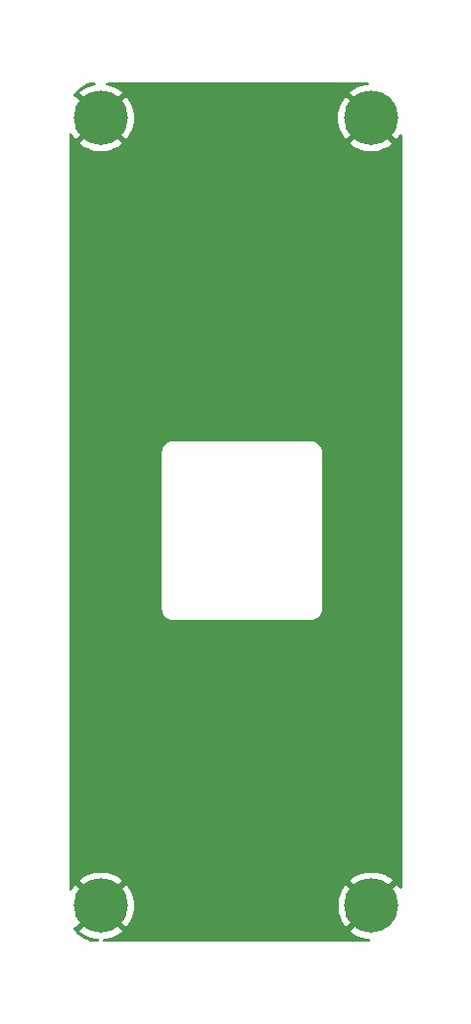
<source format=gbr>
G04 #@! TF.GenerationSoftware,KiCad,Pcbnew,9.0.1*
G04 #@! TF.CreationDate,2025-10-05T20:23:22+13:00*
G04 #@! TF.ProjectId,covers,636f7665-7273-42e6-9b69-6361645f7063,rev?*
G04 #@! TF.SameCoordinates,Original*
G04 #@! TF.FileFunction,Copper,L1,Top*
G04 #@! TF.FilePolarity,Positive*
%FSLAX46Y46*%
G04 Gerber Fmt 4.6, Leading zero omitted, Abs format (unit mm)*
G04 Created by KiCad (PCBNEW 9.0.1) date 2025-10-05 20:23:22*
%MOMM*%
%LPD*%
G01*
G04 APERTURE LIST*
G04 #@! TA.AperFunction,ComponentPad*
%ADD10C,4.700000*%
G04 #@! TD*
G04 #@! TA.AperFunction,ViaPad*
%ADD11C,10.000000*%
G04 #@! TD*
G04 APERTURE END LIST*
D10*
X108800000Y-117300000D03*
X132150000Y-117300000D03*
X108800000Y-185300000D03*
X132200000Y-185300000D03*
D11*
X121100000Y-166900000D03*
X121100000Y-179900000D03*
X121100000Y-137100000D03*
G04 #@! TA.AperFunction,Conductor*
G36*
X107761890Y-186171078D02*
G01*
X107928922Y-186338110D01*
X108041953Y-186417255D01*
X106966687Y-187492521D01*
X106966687Y-187492522D01*
X107090433Y-187596356D01*
X107368570Y-187779290D01*
X107666090Y-187928710D01*
X107978924Y-188042572D01*
X107978927Y-188042573D01*
X108302867Y-188119348D01*
X108302877Y-188119350D01*
X108555274Y-188148852D01*
X108620612Y-188176627D01*
X108660561Y-188235318D01*
X108662438Y-188306290D01*
X108625647Y-188367010D01*
X108561869Y-188398200D01*
X108540646Y-188400000D01*
X108177940Y-188400000D01*
X108155228Y-188397936D01*
X107911562Y-188353283D01*
X107904172Y-188351461D01*
X107626167Y-188264831D01*
X107619048Y-188262131D01*
X107559472Y-188235318D01*
X107429067Y-188176627D01*
X107353525Y-188142628D01*
X107346783Y-188139089D01*
X107097588Y-187988447D01*
X107091325Y-187984124D01*
X106862100Y-187804538D01*
X106856409Y-187799496D01*
X106650502Y-187593589D01*
X106645461Y-187587899D01*
X106465878Y-187358678D01*
X106461552Y-187352411D01*
X106444560Y-187324302D01*
X106426437Y-187255658D01*
X106448302Y-187188112D01*
X106503215Y-187143111D01*
X106561544Y-187133452D01*
X106604227Y-187136561D01*
X107682743Y-186058045D01*
X107761890Y-186171078D01*
G37*
G04 #@! TD.AperFunction*
G04 #@! TA.AperFunction,Conductor*
G36*
X131913970Y-114225098D02*
G01*
X131960556Y-114278673D01*
X131970781Y-114348929D01*
X131941401Y-114413561D01*
X131881741Y-114452048D01*
X131860662Y-114456362D01*
X131652876Y-114480650D01*
X131652867Y-114480651D01*
X131328927Y-114557426D01*
X131328924Y-114557427D01*
X131016090Y-114671289D01*
X130718570Y-114820709D01*
X130440433Y-115003643D01*
X130440432Y-115003644D01*
X130316687Y-115107476D01*
X130316687Y-115107477D01*
X131391954Y-116182744D01*
X131278922Y-116261890D01*
X131111890Y-116428922D01*
X131032743Y-116541953D01*
X129954226Y-115463436D01*
X129954225Y-115463436D01*
X129758139Y-115726829D01*
X129758123Y-115726853D01*
X129591671Y-116015155D01*
X129591668Y-116015160D01*
X129459809Y-116320847D01*
X129364325Y-116639783D01*
X129364325Y-116639784D01*
X129306515Y-116967645D01*
X129306514Y-116967654D01*
X129287157Y-117300000D01*
X129306514Y-117632345D01*
X129306515Y-117632354D01*
X129364325Y-117960215D01*
X129364325Y-117960216D01*
X129459809Y-118279152D01*
X129459808Y-118279152D01*
X129591668Y-118584839D01*
X129591671Y-118584844D01*
X129758123Y-118873146D01*
X129758133Y-118873162D01*
X129954226Y-119136562D01*
X131032743Y-118058045D01*
X131111890Y-118171078D01*
X131278922Y-118338110D01*
X131391953Y-118417255D01*
X130316687Y-119492522D01*
X130440433Y-119596356D01*
X130718570Y-119779290D01*
X131016090Y-119928710D01*
X131328924Y-120042572D01*
X131328927Y-120042573D01*
X131652867Y-120119348D01*
X131652877Y-120119350D01*
X131983537Y-120158000D01*
X132316463Y-120158000D01*
X132647122Y-120119350D01*
X132647132Y-120119348D01*
X132971072Y-120042573D01*
X132971075Y-120042572D01*
X133283909Y-119928710D01*
X133581429Y-119779290D01*
X133859567Y-119596355D01*
X133983311Y-119492521D01*
X132908045Y-118417255D01*
X133021078Y-118338110D01*
X133188110Y-118171078D01*
X133267256Y-118058046D01*
X134345772Y-119136562D01*
X134345773Y-119136562D01*
X134541866Y-118873162D01*
X134541876Y-118873146D01*
X134614881Y-118746699D01*
X134666263Y-118697706D01*
X134735977Y-118684270D01*
X134801888Y-118710656D01*
X134843070Y-118768488D01*
X134850000Y-118809699D01*
X134850000Y-183703697D01*
X134829998Y-183771818D01*
X134776342Y-183818311D01*
X134706068Y-183828415D01*
X134641488Y-183798921D01*
X134614881Y-183766698D01*
X134591872Y-183726846D01*
X134591866Y-183726837D01*
X134395772Y-183463436D01*
X133317255Y-184541953D01*
X133238110Y-184428922D01*
X133071078Y-184261890D01*
X132958044Y-184182743D01*
X134033311Y-183107476D01*
X133909566Y-183003643D01*
X133631429Y-182820709D01*
X133333909Y-182671289D01*
X133021075Y-182557427D01*
X133021072Y-182557426D01*
X132697132Y-182480651D01*
X132697122Y-182480649D01*
X132366463Y-182442000D01*
X132033537Y-182442000D01*
X131702877Y-182480649D01*
X131702867Y-182480651D01*
X131378927Y-182557426D01*
X131378924Y-182557427D01*
X131066090Y-182671289D01*
X130768570Y-182820709D01*
X130490433Y-183003643D01*
X130490432Y-183003644D01*
X130366687Y-183107476D01*
X130366687Y-183107477D01*
X131441954Y-184182744D01*
X131328922Y-184261890D01*
X131161890Y-184428922D01*
X131082744Y-184541953D01*
X130004226Y-183463436D01*
X130004225Y-183463436D01*
X129808139Y-183726829D01*
X129808123Y-183726853D01*
X129641671Y-184015155D01*
X129641668Y-184015160D01*
X129509809Y-184320847D01*
X129414325Y-184639783D01*
X129414325Y-184639784D01*
X129356515Y-184967645D01*
X129356514Y-184967654D01*
X129337157Y-185300000D01*
X129356514Y-185632345D01*
X129356515Y-185632354D01*
X129414325Y-185960215D01*
X129414325Y-185960216D01*
X129509809Y-186279152D01*
X129509808Y-186279152D01*
X129641668Y-186584839D01*
X129641671Y-186584844D01*
X129808123Y-186873146D01*
X129808133Y-186873162D01*
X130004226Y-187136562D01*
X131082743Y-186058045D01*
X131161890Y-186171078D01*
X131328922Y-186338110D01*
X131441953Y-186417255D01*
X130366687Y-187492521D01*
X130366687Y-187492522D01*
X130490433Y-187596356D01*
X130768570Y-187779290D01*
X131066090Y-187928710D01*
X131378924Y-188042572D01*
X131378927Y-188042573D01*
X131702867Y-188119348D01*
X131702877Y-188119350D01*
X131955274Y-188148852D01*
X132020612Y-188176627D01*
X132060561Y-188235318D01*
X132062438Y-188306290D01*
X132025647Y-188367010D01*
X131961869Y-188398200D01*
X131940646Y-188400000D01*
X109059354Y-188400000D01*
X108991233Y-188379998D01*
X108944740Y-188326342D01*
X108934636Y-188256068D01*
X108964130Y-188191488D01*
X109023856Y-188153104D01*
X109044726Y-188148852D01*
X109297122Y-188119350D01*
X109297132Y-188119348D01*
X109621072Y-188042573D01*
X109621075Y-188042572D01*
X109933909Y-187928710D01*
X110231429Y-187779290D01*
X110509567Y-187596355D01*
X110633311Y-187492521D01*
X109558046Y-186417255D01*
X109671078Y-186338110D01*
X109838110Y-186171078D01*
X109917256Y-186058046D01*
X110995772Y-187136562D01*
X110995773Y-187136562D01*
X111191866Y-186873162D01*
X111191876Y-186873146D01*
X111358328Y-186584844D01*
X111358331Y-186584839D01*
X111490190Y-186279152D01*
X111585674Y-185960216D01*
X111585674Y-185960215D01*
X111643484Y-185632354D01*
X111643485Y-185632345D01*
X111662842Y-185300000D01*
X111643485Y-184967654D01*
X111643484Y-184967645D01*
X111585674Y-184639784D01*
X111585674Y-184639783D01*
X111490190Y-184320847D01*
X111490191Y-184320847D01*
X111358331Y-184015160D01*
X111358328Y-184015155D01*
X111191876Y-183726853D01*
X111191866Y-183726837D01*
X110995772Y-183463436D01*
X109917255Y-184541952D01*
X109838110Y-184428922D01*
X109671078Y-184261890D01*
X109558044Y-184182743D01*
X110633311Y-183107476D01*
X110509566Y-183003643D01*
X110231429Y-182820709D01*
X109933909Y-182671289D01*
X109621075Y-182557427D01*
X109621072Y-182557426D01*
X109297132Y-182480651D01*
X109297122Y-182480649D01*
X108966463Y-182442000D01*
X108633537Y-182442000D01*
X108302877Y-182480649D01*
X108302867Y-182480651D01*
X107978927Y-182557426D01*
X107978924Y-182557427D01*
X107666090Y-182671289D01*
X107368570Y-182820709D01*
X107090433Y-183003643D01*
X107090432Y-183003644D01*
X106966687Y-183107476D01*
X106966687Y-183107477D01*
X108041954Y-184182744D01*
X107928922Y-184261890D01*
X107761890Y-184428922D01*
X107682744Y-184541953D01*
X106604226Y-183463436D01*
X106604225Y-183463436D01*
X106408139Y-183726829D01*
X106408127Y-183726846D01*
X106285118Y-183939903D01*
X106233735Y-183988896D01*
X106164021Y-184002331D01*
X106098110Y-183975944D01*
X106056929Y-183918112D01*
X106050000Y-183876907D01*
X106050000Y-159689720D01*
X114074500Y-159689720D01*
X114102582Y-159848980D01*
X114105661Y-159866439D01*
X114105661Y-159866440D01*
X114167027Y-160035043D01*
X114167033Y-160035054D01*
X114256748Y-160190446D01*
X114256750Y-160190448D01*
X114256751Y-160190449D01*
X114372092Y-160327908D01*
X114509551Y-160443249D01*
X114509553Y-160443251D01*
X114664945Y-160532966D01*
X114664956Y-160532972D01*
X114833560Y-160594338D01*
X114833562Y-160594338D01*
X114833567Y-160594340D01*
X115010280Y-160625500D01*
X115010282Y-160625500D01*
X126989718Y-160625500D01*
X126989720Y-160625500D01*
X127166433Y-160594340D01*
X127166438Y-160594338D01*
X127166439Y-160594338D01*
X127166440Y-160594338D01*
X127335043Y-160532972D01*
X127335045Y-160532970D01*
X127335050Y-160532969D01*
X127490449Y-160443249D01*
X127627908Y-160327908D01*
X127743249Y-160190449D01*
X127832969Y-160035050D01*
X127832972Y-160035043D01*
X127894338Y-159866440D01*
X127894338Y-159866439D01*
X127894338Y-159866438D01*
X127894340Y-159866433D01*
X127925500Y-159689720D01*
X127925500Y-159600000D01*
X127925500Y-159591715D01*
X127925500Y-146194928D01*
X127925500Y-146110280D01*
X127894340Y-145933567D01*
X127894338Y-145933562D01*
X127894338Y-145933560D01*
X127894338Y-145933559D01*
X127832972Y-145764956D01*
X127832966Y-145764945D01*
X127743251Y-145609553D01*
X127743249Y-145609551D01*
X127713085Y-145573603D01*
X127627908Y-145472092D01*
X127490449Y-145356751D01*
X127490448Y-145356750D01*
X127490446Y-145356748D01*
X127335054Y-145267033D01*
X127335043Y-145267027D01*
X127166439Y-145205661D01*
X127141484Y-145201260D01*
X126989720Y-145174500D01*
X126905072Y-145174500D01*
X115108285Y-145174500D01*
X115100000Y-145174500D01*
X115010280Y-145174500D01*
X114904106Y-145193221D01*
X114833560Y-145205661D01*
X114833559Y-145205661D01*
X114664956Y-145267027D01*
X114664945Y-145267033D01*
X114509553Y-145356748D01*
X114509551Y-145356750D01*
X114372092Y-145472092D01*
X114256750Y-145609551D01*
X114256748Y-145609553D01*
X114167033Y-145764945D01*
X114167027Y-145764956D01*
X114105661Y-145933559D01*
X114105661Y-145933560D01*
X114105660Y-145933567D01*
X114074500Y-146110280D01*
X114074500Y-146194928D01*
X114074500Y-159591714D01*
X114074500Y-159591715D01*
X114074500Y-159600000D01*
X114074500Y-159689720D01*
X106050000Y-159689720D01*
X106050000Y-118723093D01*
X106070001Y-118654976D01*
X106123657Y-118608483D01*
X106193931Y-118598379D01*
X106258511Y-118627873D01*
X106285118Y-118660097D01*
X106408123Y-118873146D01*
X106408133Y-118873162D01*
X106604226Y-119136562D01*
X107682743Y-118058045D01*
X107761890Y-118171078D01*
X107928922Y-118338110D01*
X108041953Y-118417255D01*
X106966687Y-119492521D01*
X106966687Y-119492522D01*
X107090433Y-119596356D01*
X107368570Y-119779290D01*
X107666090Y-119928710D01*
X107978924Y-120042572D01*
X107978927Y-120042573D01*
X108302867Y-120119348D01*
X108302877Y-120119350D01*
X108633537Y-120158000D01*
X108966463Y-120158000D01*
X109297122Y-120119350D01*
X109297132Y-120119348D01*
X109621072Y-120042573D01*
X109621075Y-120042572D01*
X109933909Y-119928710D01*
X110231429Y-119779290D01*
X110509567Y-119596355D01*
X110633311Y-119492521D01*
X109558046Y-118417255D01*
X109671078Y-118338110D01*
X109838110Y-118171078D01*
X109917256Y-118058046D01*
X110995772Y-119136562D01*
X110995773Y-119136562D01*
X111191866Y-118873162D01*
X111191876Y-118873146D01*
X111358328Y-118584844D01*
X111358331Y-118584839D01*
X111490190Y-118279152D01*
X111585674Y-117960216D01*
X111585674Y-117960215D01*
X111643484Y-117632354D01*
X111643485Y-117632345D01*
X111662842Y-117300000D01*
X111643485Y-116967654D01*
X111643484Y-116967645D01*
X111585674Y-116639784D01*
X111585674Y-116639783D01*
X111490190Y-116320847D01*
X111490191Y-116320847D01*
X111358331Y-116015160D01*
X111358328Y-116015155D01*
X111191876Y-115726853D01*
X111191866Y-115726837D01*
X110995772Y-115463436D01*
X109917255Y-116541952D01*
X109838110Y-116428922D01*
X109671078Y-116261890D01*
X109558044Y-116182743D01*
X110633311Y-115107476D01*
X110509566Y-115003643D01*
X110231429Y-114820709D01*
X109933909Y-114671289D01*
X109621075Y-114557427D01*
X109621076Y-114557427D01*
X109348498Y-114492825D01*
X109286827Y-114457652D01*
X109253961Y-114394721D01*
X109260336Y-114324011D01*
X109303927Y-114267972D01*
X109370895Y-114244397D01*
X109377280Y-114244222D01*
X131845817Y-114205215D01*
X131913970Y-114225098D01*
G37*
G04 #@! TD.AperFunction*
G04 #@! TA.AperFunction,Conductor*
G36*
X108281855Y-114266125D02*
G01*
X108328441Y-114319700D01*
X108338667Y-114389956D01*
X108309287Y-114454588D01*
X108249627Y-114493075D01*
X108242977Y-114494845D01*
X107978924Y-114557427D01*
X107666090Y-114671289D01*
X107368570Y-114820709D01*
X107090433Y-115003643D01*
X107090432Y-115003644D01*
X106966687Y-115107476D01*
X106966687Y-115107477D01*
X108041954Y-116182744D01*
X107928922Y-116261890D01*
X107761890Y-116428922D01*
X107682744Y-116541953D01*
X106604226Y-115463436D01*
X106561544Y-115466546D01*
X106492150Y-115451546D01*
X106441882Y-115401410D01*
X106426699Y-115332056D01*
X106444560Y-115275697D01*
X106461561Y-115247574D01*
X106465872Y-115241328D01*
X106645469Y-115012090D01*
X106650494Y-115006418D01*
X106856418Y-114800494D01*
X106862090Y-114795469D01*
X107091335Y-114615867D01*
X107097578Y-114611558D01*
X107314127Y-114480651D01*
X107346783Y-114460910D01*
X107353513Y-114457377D01*
X107619063Y-114337861D01*
X107626162Y-114335169D01*
X107891650Y-114252440D01*
X107928906Y-114246737D01*
X108213705Y-114246242D01*
X108281855Y-114266125D01*
G37*
G04 #@! TD.AperFunction*
M02*

</source>
